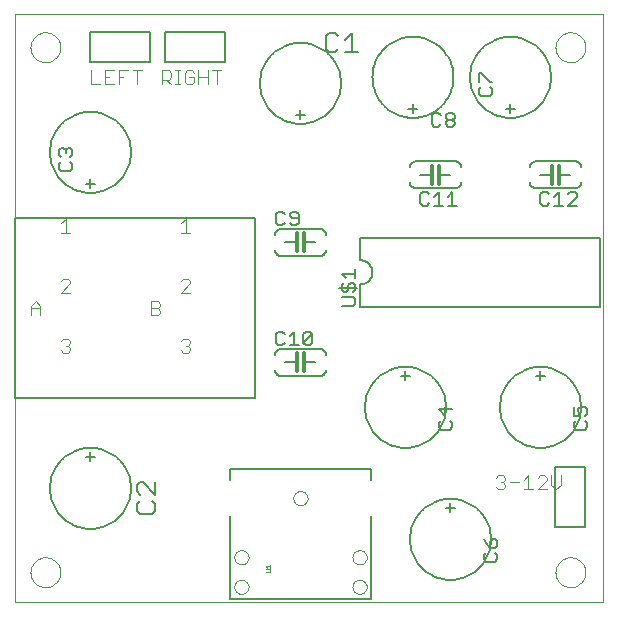
<source format=gto>
G75*
G70*
%OFA0B0*%
%FSLAX24Y24*%
%IPPOS*%
%LPD*%
%AMOC8*
5,1,8,0,0,1.08239X$1,22.5*
%
%ADD10C,0.0000*%
%ADD11C,0.0050*%
%ADD12C,0.0060*%
%ADD13C,0.0070*%
%ADD14C,0.0120*%
%ADD15C,0.0040*%
%ADD16C,0.0080*%
%ADD17C,0.0010*%
D10*
X000131Y001209D02*
X000131Y020809D01*
X019731Y020809D01*
X019731Y001209D01*
X000131Y001209D01*
X000631Y002209D02*
X000633Y002253D01*
X000639Y002297D01*
X000649Y002340D01*
X000662Y002382D01*
X000679Y002423D01*
X000700Y002462D01*
X000724Y002499D01*
X000751Y002534D01*
X000781Y002566D01*
X000814Y002596D01*
X000850Y002622D01*
X000887Y002646D01*
X000927Y002665D01*
X000968Y002682D01*
X001011Y002694D01*
X001054Y002703D01*
X001098Y002708D01*
X001142Y002709D01*
X001186Y002706D01*
X001230Y002699D01*
X001273Y002688D01*
X001315Y002674D01*
X001355Y002656D01*
X001394Y002634D01*
X001430Y002610D01*
X001464Y002582D01*
X001496Y002551D01*
X001525Y002517D01*
X001551Y002481D01*
X001573Y002443D01*
X001592Y002403D01*
X001607Y002361D01*
X001619Y002319D01*
X001627Y002275D01*
X001631Y002231D01*
X001631Y002187D01*
X001627Y002143D01*
X001619Y002099D01*
X001607Y002057D01*
X001592Y002015D01*
X001573Y001975D01*
X001551Y001937D01*
X001525Y001901D01*
X001496Y001867D01*
X001464Y001836D01*
X001430Y001808D01*
X001394Y001784D01*
X001355Y001762D01*
X001315Y001744D01*
X001273Y001730D01*
X001230Y001719D01*
X001186Y001712D01*
X001142Y001709D01*
X001098Y001710D01*
X001054Y001715D01*
X001011Y001724D01*
X000968Y001736D01*
X000927Y001753D01*
X000887Y001772D01*
X000850Y001796D01*
X000814Y001822D01*
X000781Y001852D01*
X000751Y001884D01*
X000724Y001919D01*
X000700Y001956D01*
X000679Y001995D01*
X000662Y002036D01*
X000649Y002078D01*
X000639Y002121D01*
X000633Y002165D01*
X000631Y002209D01*
X007427Y001725D02*
X007429Y001755D01*
X007435Y001785D01*
X007444Y001814D01*
X007457Y001841D01*
X007474Y001866D01*
X007493Y001889D01*
X007516Y001910D01*
X007541Y001927D01*
X007567Y001941D01*
X007596Y001951D01*
X007625Y001958D01*
X007655Y001961D01*
X007686Y001960D01*
X007716Y001955D01*
X007745Y001946D01*
X007772Y001934D01*
X007798Y001919D01*
X007822Y001900D01*
X007843Y001878D01*
X007861Y001854D01*
X007876Y001827D01*
X007887Y001799D01*
X007895Y001770D01*
X007899Y001740D01*
X007899Y001710D01*
X007895Y001680D01*
X007887Y001651D01*
X007876Y001623D01*
X007861Y001596D01*
X007843Y001572D01*
X007822Y001550D01*
X007798Y001531D01*
X007772Y001516D01*
X007745Y001504D01*
X007716Y001495D01*
X007686Y001490D01*
X007655Y001489D01*
X007625Y001492D01*
X007596Y001499D01*
X007567Y001509D01*
X007541Y001523D01*
X007516Y001540D01*
X007493Y001561D01*
X007474Y001584D01*
X007457Y001609D01*
X007444Y001636D01*
X007435Y001665D01*
X007429Y001695D01*
X007427Y001725D01*
X007427Y002709D02*
X007429Y002739D01*
X007435Y002769D01*
X007444Y002798D01*
X007457Y002825D01*
X007474Y002850D01*
X007493Y002873D01*
X007516Y002894D01*
X007541Y002911D01*
X007567Y002925D01*
X007596Y002935D01*
X007625Y002942D01*
X007655Y002945D01*
X007686Y002944D01*
X007716Y002939D01*
X007745Y002930D01*
X007772Y002918D01*
X007798Y002903D01*
X007822Y002884D01*
X007843Y002862D01*
X007861Y002838D01*
X007876Y002811D01*
X007887Y002783D01*
X007895Y002754D01*
X007899Y002724D01*
X007899Y002694D01*
X007895Y002664D01*
X007887Y002635D01*
X007876Y002607D01*
X007861Y002580D01*
X007843Y002556D01*
X007822Y002534D01*
X007798Y002515D01*
X007772Y002500D01*
X007745Y002488D01*
X007716Y002479D01*
X007686Y002474D01*
X007655Y002473D01*
X007625Y002476D01*
X007596Y002483D01*
X007567Y002493D01*
X007541Y002507D01*
X007516Y002524D01*
X007493Y002545D01*
X007474Y002568D01*
X007457Y002593D01*
X007444Y002620D01*
X007435Y002649D01*
X007429Y002679D01*
X007427Y002709D01*
X009395Y004678D02*
X009397Y004708D01*
X009403Y004738D01*
X009412Y004767D01*
X009425Y004794D01*
X009442Y004819D01*
X009461Y004842D01*
X009484Y004863D01*
X009509Y004880D01*
X009535Y004894D01*
X009564Y004904D01*
X009593Y004911D01*
X009623Y004914D01*
X009654Y004913D01*
X009684Y004908D01*
X009713Y004899D01*
X009740Y004887D01*
X009766Y004872D01*
X009790Y004853D01*
X009811Y004831D01*
X009829Y004807D01*
X009844Y004780D01*
X009855Y004752D01*
X009863Y004723D01*
X009867Y004693D01*
X009867Y004663D01*
X009863Y004633D01*
X009855Y004604D01*
X009844Y004576D01*
X009829Y004549D01*
X009811Y004525D01*
X009790Y004503D01*
X009766Y004484D01*
X009740Y004469D01*
X009713Y004457D01*
X009684Y004448D01*
X009654Y004443D01*
X009623Y004442D01*
X009593Y004445D01*
X009564Y004452D01*
X009535Y004462D01*
X009509Y004476D01*
X009484Y004493D01*
X009461Y004514D01*
X009442Y004537D01*
X009425Y004562D01*
X009412Y004589D01*
X009403Y004618D01*
X009397Y004648D01*
X009395Y004678D01*
X011364Y002709D02*
X011366Y002739D01*
X011372Y002769D01*
X011381Y002798D01*
X011394Y002825D01*
X011411Y002850D01*
X011430Y002873D01*
X011453Y002894D01*
X011478Y002911D01*
X011504Y002925D01*
X011533Y002935D01*
X011562Y002942D01*
X011592Y002945D01*
X011623Y002944D01*
X011653Y002939D01*
X011682Y002930D01*
X011709Y002918D01*
X011735Y002903D01*
X011759Y002884D01*
X011780Y002862D01*
X011798Y002838D01*
X011813Y002811D01*
X011824Y002783D01*
X011832Y002754D01*
X011836Y002724D01*
X011836Y002694D01*
X011832Y002664D01*
X011824Y002635D01*
X011813Y002607D01*
X011798Y002580D01*
X011780Y002556D01*
X011759Y002534D01*
X011735Y002515D01*
X011709Y002500D01*
X011682Y002488D01*
X011653Y002479D01*
X011623Y002474D01*
X011592Y002473D01*
X011562Y002476D01*
X011533Y002483D01*
X011504Y002493D01*
X011478Y002507D01*
X011453Y002524D01*
X011430Y002545D01*
X011411Y002568D01*
X011394Y002593D01*
X011381Y002620D01*
X011372Y002649D01*
X011366Y002679D01*
X011364Y002709D01*
X011364Y001725D02*
X011366Y001755D01*
X011372Y001785D01*
X011381Y001814D01*
X011394Y001841D01*
X011411Y001866D01*
X011430Y001889D01*
X011453Y001910D01*
X011478Y001927D01*
X011504Y001941D01*
X011533Y001951D01*
X011562Y001958D01*
X011592Y001961D01*
X011623Y001960D01*
X011653Y001955D01*
X011682Y001946D01*
X011709Y001934D01*
X011735Y001919D01*
X011759Y001900D01*
X011780Y001878D01*
X011798Y001854D01*
X011813Y001827D01*
X011824Y001799D01*
X011832Y001770D01*
X011836Y001740D01*
X011836Y001710D01*
X011832Y001680D01*
X011824Y001651D01*
X011813Y001623D01*
X011798Y001596D01*
X011780Y001572D01*
X011759Y001550D01*
X011735Y001531D01*
X011709Y001516D01*
X011682Y001504D01*
X011653Y001495D01*
X011623Y001490D01*
X011592Y001489D01*
X011562Y001492D01*
X011533Y001499D01*
X011504Y001509D01*
X011478Y001523D01*
X011453Y001540D01*
X011430Y001561D01*
X011411Y001584D01*
X011394Y001609D01*
X011381Y001636D01*
X011372Y001665D01*
X011366Y001695D01*
X011364Y001725D01*
X018131Y002209D02*
X018133Y002253D01*
X018139Y002297D01*
X018149Y002340D01*
X018162Y002382D01*
X018179Y002423D01*
X018200Y002462D01*
X018224Y002499D01*
X018251Y002534D01*
X018281Y002566D01*
X018314Y002596D01*
X018350Y002622D01*
X018387Y002646D01*
X018427Y002665D01*
X018468Y002682D01*
X018511Y002694D01*
X018554Y002703D01*
X018598Y002708D01*
X018642Y002709D01*
X018686Y002706D01*
X018730Y002699D01*
X018773Y002688D01*
X018815Y002674D01*
X018855Y002656D01*
X018894Y002634D01*
X018930Y002610D01*
X018964Y002582D01*
X018996Y002551D01*
X019025Y002517D01*
X019051Y002481D01*
X019073Y002443D01*
X019092Y002403D01*
X019107Y002361D01*
X019119Y002319D01*
X019127Y002275D01*
X019131Y002231D01*
X019131Y002187D01*
X019127Y002143D01*
X019119Y002099D01*
X019107Y002057D01*
X019092Y002015D01*
X019073Y001975D01*
X019051Y001937D01*
X019025Y001901D01*
X018996Y001867D01*
X018964Y001836D01*
X018930Y001808D01*
X018894Y001784D01*
X018855Y001762D01*
X018815Y001744D01*
X018773Y001730D01*
X018730Y001719D01*
X018686Y001712D01*
X018642Y001709D01*
X018598Y001710D01*
X018554Y001715D01*
X018511Y001724D01*
X018468Y001736D01*
X018427Y001753D01*
X018387Y001772D01*
X018350Y001796D01*
X018314Y001822D01*
X018281Y001852D01*
X018251Y001884D01*
X018224Y001919D01*
X018200Y001956D01*
X018179Y001995D01*
X018162Y002036D01*
X018149Y002078D01*
X018139Y002121D01*
X018133Y002165D01*
X018131Y002209D01*
X018131Y019709D02*
X018133Y019753D01*
X018139Y019797D01*
X018149Y019840D01*
X018162Y019882D01*
X018179Y019923D01*
X018200Y019962D01*
X018224Y019999D01*
X018251Y020034D01*
X018281Y020066D01*
X018314Y020096D01*
X018350Y020122D01*
X018387Y020146D01*
X018427Y020165D01*
X018468Y020182D01*
X018511Y020194D01*
X018554Y020203D01*
X018598Y020208D01*
X018642Y020209D01*
X018686Y020206D01*
X018730Y020199D01*
X018773Y020188D01*
X018815Y020174D01*
X018855Y020156D01*
X018894Y020134D01*
X018930Y020110D01*
X018964Y020082D01*
X018996Y020051D01*
X019025Y020017D01*
X019051Y019981D01*
X019073Y019943D01*
X019092Y019903D01*
X019107Y019861D01*
X019119Y019819D01*
X019127Y019775D01*
X019131Y019731D01*
X019131Y019687D01*
X019127Y019643D01*
X019119Y019599D01*
X019107Y019557D01*
X019092Y019515D01*
X019073Y019475D01*
X019051Y019437D01*
X019025Y019401D01*
X018996Y019367D01*
X018964Y019336D01*
X018930Y019308D01*
X018894Y019284D01*
X018855Y019262D01*
X018815Y019244D01*
X018773Y019230D01*
X018730Y019219D01*
X018686Y019212D01*
X018642Y019209D01*
X018598Y019210D01*
X018554Y019215D01*
X018511Y019224D01*
X018468Y019236D01*
X018427Y019253D01*
X018387Y019272D01*
X018350Y019296D01*
X018314Y019322D01*
X018281Y019352D01*
X018251Y019384D01*
X018224Y019419D01*
X018200Y019456D01*
X018179Y019495D01*
X018162Y019536D01*
X018149Y019578D01*
X018139Y019621D01*
X018133Y019665D01*
X018131Y019709D01*
X000631Y019709D02*
X000633Y019753D01*
X000639Y019797D01*
X000649Y019840D01*
X000662Y019882D01*
X000679Y019923D01*
X000700Y019962D01*
X000724Y019999D01*
X000751Y020034D01*
X000781Y020066D01*
X000814Y020096D01*
X000850Y020122D01*
X000887Y020146D01*
X000927Y020165D01*
X000968Y020182D01*
X001011Y020194D01*
X001054Y020203D01*
X001098Y020208D01*
X001142Y020209D01*
X001186Y020206D01*
X001230Y020199D01*
X001273Y020188D01*
X001315Y020174D01*
X001355Y020156D01*
X001394Y020134D01*
X001430Y020110D01*
X001464Y020082D01*
X001496Y020051D01*
X001525Y020017D01*
X001551Y019981D01*
X001573Y019943D01*
X001592Y019903D01*
X001607Y019861D01*
X001619Y019819D01*
X001627Y019775D01*
X001631Y019731D01*
X001631Y019687D01*
X001627Y019643D01*
X001619Y019599D01*
X001607Y019557D01*
X001592Y019515D01*
X001573Y019475D01*
X001551Y019437D01*
X001525Y019401D01*
X001496Y019367D01*
X001464Y019336D01*
X001430Y019308D01*
X001394Y019284D01*
X001355Y019262D01*
X001315Y019244D01*
X001273Y019230D01*
X001230Y019219D01*
X001186Y019212D01*
X001142Y019209D01*
X001098Y019210D01*
X001054Y019215D01*
X001011Y019224D01*
X000968Y019236D01*
X000927Y019253D01*
X000887Y019272D01*
X000850Y019296D01*
X000814Y019322D01*
X000781Y019352D01*
X000751Y019384D01*
X000724Y019419D01*
X000700Y019456D01*
X000679Y019495D01*
X000662Y019536D01*
X000649Y019578D01*
X000639Y019621D01*
X000633Y019665D01*
X000631Y019709D01*
D11*
X002631Y019209D02*
X002631Y020209D01*
X004631Y020209D01*
X004631Y019209D01*
X002631Y019209D01*
X005131Y019209D02*
X007131Y019209D01*
X007131Y020209D01*
X005131Y020209D01*
X005131Y019209D01*
X002026Y016270D02*
X002026Y016120D01*
X001951Y016045D01*
X001951Y015885D02*
X002026Y015810D01*
X002026Y015659D01*
X001951Y015584D01*
X001651Y015584D01*
X001576Y015659D01*
X001576Y015810D01*
X001651Y015885D01*
X001651Y016045D02*
X001576Y016120D01*
X001576Y016270D01*
X001651Y016345D01*
X001726Y016345D01*
X001801Y016270D01*
X001876Y016345D01*
X001951Y016345D01*
X002026Y016270D01*
X001801Y016270D02*
X001801Y016195D01*
X000131Y014009D02*
X008131Y014009D01*
X008131Y008009D01*
X000131Y008009D01*
X000131Y014009D01*
X008806Y013859D02*
X008881Y013784D01*
X009031Y013784D01*
X009106Y013859D01*
X009266Y013859D02*
X009341Y013784D01*
X009492Y013784D01*
X009567Y013859D01*
X009567Y014160D01*
X009492Y014235D01*
X009341Y014235D01*
X009266Y014160D01*
X009266Y014085D01*
X009341Y014010D01*
X009567Y014010D01*
X009106Y014160D02*
X009031Y014235D01*
X008881Y014235D01*
X008806Y014160D01*
X008806Y013859D01*
X011006Y012155D02*
X011456Y012155D01*
X011456Y012005D02*
X011456Y012305D01*
X011156Y012005D02*
X011006Y012155D01*
X011081Y011845D02*
X011006Y011770D01*
X011006Y011620D01*
X011081Y011545D01*
X011156Y011545D01*
X011231Y011620D01*
X011231Y011770D01*
X011306Y011845D01*
X011381Y011845D01*
X011456Y011770D01*
X011456Y011620D01*
X011381Y011545D01*
X011381Y011385D02*
X011006Y011385D01*
X011006Y011084D02*
X011381Y011084D01*
X011456Y011159D01*
X011456Y011310D01*
X011381Y011385D01*
X011531Y011695D02*
X010931Y011695D01*
X009952Y010235D02*
X009802Y010235D01*
X009727Y010160D01*
X009727Y009859D01*
X010027Y010160D01*
X010027Y009859D01*
X009952Y009784D01*
X009802Y009784D01*
X009727Y009859D01*
X009567Y009784D02*
X009266Y009784D01*
X009416Y009784D02*
X009416Y010235D01*
X009266Y010085D01*
X009106Y010160D02*
X009031Y010235D01*
X008881Y010235D01*
X008806Y010160D01*
X008806Y009859D01*
X008881Y009784D01*
X009031Y009784D01*
X009106Y009859D01*
X009952Y010235D02*
X010027Y010160D01*
X014236Y007649D02*
X014461Y007424D01*
X014461Y007724D01*
X014686Y007649D02*
X014236Y007649D01*
X014311Y007264D02*
X014236Y007189D01*
X014236Y007039D01*
X014311Y006964D01*
X014611Y006964D01*
X014686Y007039D01*
X014686Y007189D01*
X014611Y007264D01*
X018131Y005709D02*
X018131Y003709D01*
X019131Y003709D01*
X019131Y005709D01*
X018131Y005709D01*
X018811Y006964D02*
X019111Y006964D01*
X019186Y007039D01*
X019186Y007189D01*
X019111Y007264D01*
X019111Y007424D02*
X019186Y007499D01*
X019186Y007649D01*
X019111Y007724D01*
X018961Y007724D01*
X018886Y007649D01*
X018886Y007574D01*
X018961Y007424D01*
X018736Y007424D01*
X018736Y007724D01*
X018811Y007264D02*
X018736Y007189D01*
X018736Y007039D01*
X018811Y006964D01*
X016111Y003324D02*
X016036Y003324D01*
X015961Y003249D01*
X015961Y003024D01*
X016111Y003024D01*
X016186Y003099D01*
X016186Y003249D01*
X016111Y003324D01*
X015811Y003174D02*
X015961Y003024D01*
X015811Y003174D02*
X015736Y003324D01*
X015811Y002864D02*
X015736Y002789D01*
X015736Y002639D01*
X015811Y002564D01*
X016111Y002564D01*
X016186Y002639D01*
X016186Y002789D01*
X016111Y002864D01*
X014846Y014434D02*
X014546Y014434D01*
X014696Y014434D02*
X014696Y014885D01*
X014546Y014735D01*
X014385Y014434D02*
X014085Y014434D01*
X014235Y014434D02*
X014235Y014885D01*
X014085Y014735D01*
X013925Y014810D02*
X013850Y014885D01*
X013700Y014885D01*
X013625Y014810D01*
X013625Y014509D01*
X013700Y014434D01*
X013850Y014434D01*
X013925Y014509D01*
X014081Y017064D02*
X014231Y017064D01*
X014306Y017139D01*
X014466Y017139D02*
X014466Y017215D01*
X014541Y017290D01*
X014692Y017290D01*
X014767Y017215D01*
X014767Y017139D01*
X014692Y017064D01*
X014541Y017064D01*
X014466Y017139D01*
X014541Y017290D02*
X014466Y017365D01*
X014466Y017440D01*
X014541Y017515D01*
X014692Y017515D01*
X014767Y017440D01*
X014767Y017365D01*
X014692Y017290D01*
X014306Y017440D02*
X014231Y017515D01*
X014081Y017515D01*
X014006Y017440D01*
X014006Y017139D01*
X014081Y017064D01*
X015576Y018159D02*
X015651Y018084D01*
X015951Y018084D01*
X016026Y018159D01*
X016026Y018310D01*
X015951Y018385D01*
X015951Y018545D02*
X016026Y018545D01*
X015951Y018545D02*
X015651Y018845D01*
X015576Y018845D01*
X015576Y018545D01*
X015651Y018385D02*
X015576Y018310D01*
X015576Y018159D01*
X017700Y014885D02*
X017625Y014810D01*
X017625Y014509D01*
X017700Y014434D01*
X017850Y014434D01*
X017925Y014509D01*
X018085Y014434D02*
X018385Y014434D01*
X018235Y014434D02*
X018235Y014885D01*
X018085Y014735D01*
X017925Y014810D02*
X017850Y014885D01*
X017700Y014885D01*
X018546Y014810D02*
X018621Y014885D01*
X018771Y014885D01*
X018846Y014810D01*
X018846Y014735D01*
X018546Y014434D01*
X018846Y014434D01*
D12*
X018781Y015009D02*
X017481Y015009D01*
X017455Y015011D01*
X017429Y015016D01*
X017404Y015024D01*
X017381Y015036D01*
X017359Y015050D01*
X017340Y015068D01*
X017322Y015087D01*
X017308Y015109D01*
X017296Y015132D01*
X017288Y015157D01*
X017283Y015183D01*
X017281Y015209D01*
X017631Y015459D02*
X018001Y015459D01*
X018251Y015459D02*
X018631Y015459D01*
X018981Y015209D02*
X018979Y015183D01*
X018974Y015157D01*
X018966Y015132D01*
X018954Y015109D01*
X018940Y015087D01*
X018922Y015068D01*
X018903Y015050D01*
X018881Y015036D01*
X018858Y015024D01*
X018833Y015016D01*
X018807Y015011D01*
X018781Y015009D01*
X018981Y015709D02*
X018979Y015735D01*
X018974Y015761D01*
X018966Y015786D01*
X018954Y015809D01*
X018940Y015831D01*
X018922Y015850D01*
X018903Y015868D01*
X018881Y015882D01*
X018858Y015894D01*
X018833Y015902D01*
X018807Y015907D01*
X018781Y015909D01*
X017481Y015909D01*
X017455Y015907D01*
X017429Y015902D01*
X017404Y015894D01*
X017381Y015882D01*
X017359Y015868D01*
X017340Y015850D01*
X017322Y015831D01*
X017308Y015809D01*
X017296Y015786D01*
X017288Y015761D01*
X017283Y015735D01*
X017281Y015709D01*
X016631Y017509D02*
X016631Y017809D01*
X016781Y017659D02*
X016481Y017659D01*
X015281Y018709D02*
X015283Y018782D01*
X015289Y018855D01*
X015299Y018927D01*
X015313Y018999D01*
X015330Y019070D01*
X015352Y019140D01*
X015377Y019209D01*
X015406Y019276D01*
X015438Y019341D01*
X015474Y019405D01*
X015514Y019467D01*
X015556Y019526D01*
X015602Y019583D01*
X015651Y019637D01*
X015703Y019689D01*
X015757Y019738D01*
X015814Y019784D01*
X015873Y019826D01*
X015935Y019866D01*
X015999Y019902D01*
X016064Y019934D01*
X016131Y019963D01*
X016200Y019988D01*
X016270Y020010D01*
X016341Y020027D01*
X016413Y020041D01*
X016485Y020051D01*
X016558Y020057D01*
X016631Y020059D01*
X016704Y020057D01*
X016777Y020051D01*
X016849Y020041D01*
X016921Y020027D01*
X016992Y020010D01*
X017062Y019988D01*
X017131Y019963D01*
X017198Y019934D01*
X017263Y019902D01*
X017327Y019866D01*
X017389Y019826D01*
X017448Y019784D01*
X017505Y019738D01*
X017559Y019689D01*
X017611Y019637D01*
X017660Y019583D01*
X017706Y019526D01*
X017748Y019467D01*
X017788Y019405D01*
X017824Y019341D01*
X017856Y019276D01*
X017885Y019209D01*
X017910Y019140D01*
X017932Y019070D01*
X017949Y018999D01*
X017963Y018927D01*
X017973Y018855D01*
X017979Y018782D01*
X017981Y018709D01*
X017979Y018636D01*
X017973Y018563D01*
X017963Y018491D01*
X017949Y018419D01*
X017932Y018348D01*
X017910Y018278D01*
X017885Y018209D01*
X017856Y018142D01*
X017824Y018077D01*
X017788Y018013D01*
X017748Y017951D01*
X017706Y017892D01*
X017660Y017835D01*
X017611Y017781D01*
X017559Y017729D01*
X017505Y017680D01*
X017448Y017634D01*
X017389Y017592D01*
X017327Y017552D01*
X017263Y017516D01*
X017198Y017484D01*
X017131Y017455D01*
X017062Y017430D01*
X016992Y017408D01*
X016921Y017391D01*
X016849Y017377D01*
X016777Y017367D01*
X016704Y017361D01*
X016631Y017359D01*
X016558Y017361D01*
X016485Y017367D01*
X016413Y017377D01*
X016341Y017391D01*
X016270Y017408D01*
X016200Y017430D01*
X016131Y017455D01*
X016064Y017484D01*
X015999Y017516D01*
X015935Y017552D01*
X015873Y017592D01*
X015814Y017634D01*
X015757Y017680D01*
X015703Y017729D01*
X015651Y017781D01*
X015602Y017835D01*
X015556Y017892D01*
X015514Y017951D01*
X015474Y018013D01*
X015438Y018077D01*
X015406Y018142D01*
X015377Y018209D01*
X015352Y018278D01*
X015330Y018348D01*
X015313Y018419D01*
X015299Y018491D01*
X015289Y018563D01*
X015283Y018636D01*
X015281Y018709D01*
X013531Y017659D02*
X013231Y017659D01*
X013381Y017509D02*
X013381Y017809D01*
X012031Y018709D02*
X012033Y018782D01*
X012039Y018855D01*
X012049Y018927D01*
X012063Y018999D01*
X012080Y019070D01*
X012102Y019140D01*
X012127Y019209D01*
X012156Y019276D01*
X012188Y019341D01*
X012224Y019405D01*
X012264Y019467D01*
X012306Y019526D01*
X012352Y019583D01*
X012401Y019637D01*
X012453Y019689D01*
X012507Y019738D01*
X012564Y019784D01*
X012623Y019826D01*
X012685Y019866D01*
X012749Y019902D01*
X012814Y019934D01*
X012881Y019963D01*
X012950Y019988D01*
X013020Y020010D01*
X013091Y020027D01*
X013163Y020041D01*
X013235Y020051D01*
X013308Y020057D01*
X013381Y020059D01*
X013454Y020057D01*
X013527Y020051D01*
X013599Y020041D01*
X013671Y020027D01*
X013742Y020010D01*
X013812Y019988D01*
X013881Y019963D01*
X013948Y019934D01*
X014013Y019902D01*
X014077Y019866D01*
X014139Y019826D01*
X014198Y019784D01*
X014255Y019738D01*
X014309Y019689D01*
X014361Y019637D01*
X014410Y019583D01*
X014456Y019526D01*
X014498Y019467D01*
X014538Y019405D01*
X014574Y019341D01*
X014606Y019276D01*
X014635Y019209D01*
X014660Y019140D01*
X014682Y019070D01*
X014699Y018999D01*
X014713Y018927D01*
X014723Y018855D01*
X014729Y018782D01*
X014731Y018709D01*
X014729Y018636D01*
X014723Y018563D01*
X014713Y018491D01*
X014699Y018419D01*
X014682Y018348D01*
X014660Y018278D01*
X014635Y018209D01*
X014606Y018142D01*
X014574Y018077D01*
X014538Y018013D01*
X014498Y017951D01*
X014456Y017892D01*
X014410Y017835D01*
X014361Y017781D01*
X014309Y017729D01*
X014255Y017680D01*
X014198Y017634D01*
X014139Y017592D01*
X014077Y017552D01*
X014013Y017516D01*
X013948Y017484D01*
X013881Y017455D01*
X013812Y017430D01*
X013742Y017408D01*
X013671Y017391D01*
X013599Y017377D01*
X013527Y017367D01*
X013454Y017361D01*
X013381Y017359D01*
X013308Y017361D01*
X013235Y017367D01*
X013163Y017377D01*
X013091Y017391D01*
X013020Y017408D01*
X012950Y017430D01*
X012881Y017455D01*
X012814Y017484D01*
X012749Y017516D01*
X012685Y017552D01*
X012623Y017592D01*
X012564Y017634D01*
X012507Y017680D01*
X012453Y017729D01*
X012401Y017781D01*
X012352Y017835D01*
X012306Y017892D01*
X012264Y017951D01*
X012224Y018013D01*
X012188Y018077D01*
X012156Y018142D01*
X012127Y018209D01*
X012102Y018278D01*
X012080Y018348D01*
X012063Y018419D01*
X012049Y018491D01*
X012039Y018563D01*
X012033Y018636D01*
X012031Y018709D01*
X009781Y017459D02*
X009481Y017459D01*
X009631Y017309D02*
X009631Y017609D01*
X008281Y018509D02*
X008283Y018582D01*
X008289Y018655D01*
X008299Y018727D01*
X008313Y018799D01*
X008330Y018870D01*
X008352Y018940D01*
X008377Y019009D01*
X008406Y019076D01*
X008438Y019141D01*
X008474Y019205D01*
X008514Y019267D01*
X008556Y019326D01*
X008602Y019383D01*
X008651Y019437D01*
X008703Y019489D01*
X008757Y019538D01*
X008814Y019584D01*
X008873Y019626D01*
X008935Y019666D01*
X008999Y019702D01*
X009064Y019734D01*
X009131Y019763D01*
X009200Y019788D01*
X009270Y019810D01*
X009341Y019827D01*
X009413Y019841D01*
X009485Y019851D01*
X009558Y019857D01*
X009631Y019859D01*
X009704Y019857D01*
X009777Y019851D01*
X009849Y019841D01*
X009921Y019827D01*
X009992Y019810D01*
X010062Y019788D01*
X010131Y019763D01*
X010198Y019734D01*
X010263Y019702D01*
X010327Y019666D01*
X010389Y019626D01*
X010448Y019584D01*
X010505Y019538D01*
X010559Y019489D01*
X010611Y019437D01*
X010660Y019383D01*
X010706Y019326D01*
X010748Y019267D01*
X010788Y019205D01*
X010824Y019141D01*
X010856Y019076D01*
X010885Y019009D01*
X010910Y018940D01*
X010932Y018870D01*
X010949Y018799D01*
X010963Y018727D01*
X010973Y018655D01*
X010979Y018582D01*
X010981Y018509D01*
X010979Y018436D01*
X010973Y018363D01*
X010963Y018291D01*
X010949Y018219D01*
X010932Y018148D01*
X010910Y018078D01*
X010885Y018009D01*
X010856Y017942D01*
X010824Y017877D01*
X010788Y017813D01*
X010748Y017751D01*
X010706Y017692D01*
X010660Y017635D01*
X010611Y017581D01*
X010559Y017529D01*
X010505Y017480D01*
X010448Y017434D01*
X010389Y017392D01*
X010327Y017352D01*
X010263Y017316D01*
X010198Y017284D01*
X010131Y017255D01*
X010062Y017230D01*
X009992Y017208D01*
X009921Y017191D01*
X009849Y017177D01*
X009777Y017167D01*
X009704Y017161D01*
X009631Y017159D01*
X009558Y017161D01*
X009485Y017167D01*
X009413Y017177D01*
X009341Y017191D01*
X009270Y017208D01*
X009200Y017230D01*
X009131Y017255D01*
X009064Y017284D01*
X008999Y017316D01*
X008935Y017352D01*
X008873Y017392D01*
X008814Y017434D01*
X008757Y017480D01*
X008703Y017529D01*
X008651Y017581D01*
X008602Y017635D01*
X008556Y017692D01*
X008514Y017751D01*
X008474Y017813D01*
X008438Y017877D01*
X008406Y017942D01*
X008377Y018009D01*
X008352Y018078D01*
X008330Y018148D01*
X008313Y018219D01*
X008299Y018291D01*
X008289Y018363D01*
X008283Y018436D01*
X008281Y018509D01*
X008981Y013659D02*
X010281Y013659D01*
X010307Y013657D01*
X010333Y013652D01*
X010358Y013644D01*
X010381Y013632D01*
X010403Y013618D01*
X010422Y013600D01*
X010440Y013581D01*
X010454Y013559D01*
X010466Y013536D01*
X010474Y013511D01*
X010479Y013485D01*
X010481Y013459D01*
X010131Y013209D02*
X009761Y013209D01*
X009511Y013209D02*
X009131Y013209D01*
X008781Y013459D02*
X008783Y013485D01*
X008788Y013511D01*
X008796Y013536D01*
X008808Y013559D01*
X008822Y013581D01*
X008840Y013600D01*
X008859Y013618D01*
X008881Y013632D01*
X008904Y013644D01*
X008929Y013652D01*
X008955Y013657D01*
X008981Y013659D01*
X008781Y012959D02*
X008783Y012933D01*
X008788Y012907D01*
X008796Y012882D01*
X008808Y012859D01*
X008822Y012837D01*
X008840Y012818D01*
X008859Y012800D01*
X008881Y012786D01*
X008904Y012774D01*
X008929Y012766D01*
X008955Y012761D01*
X008981Y012759D01*
X010281Y012759D01*
X010307Y012761D01*
X010333Y012766D01*
X010358Y012774D01*
X010381Y012786D01*
X010403Y012800D01*
X010422Y012818D01*
X010440Y012837D01*
X010454Y012859D01*
X010466Y012882D01*
X010474Y012907D01*
X010479Y012933D01*
X010481Y012959D01*
X011631Y012609D02*
X011631Y013359D01*
X019631Y013359D01*
X019631Y011059D01*
X011631Y011059D01*
X011631Y011809D01*
X011670Y011811D01*
X011709Y011817D01*
X011747Y011826D01*
X011784Y011839D01*
X011820Y011856D01*
X011853Y011876D01*
X011885Y011900D01*
X011914Y011926D01*
X011940Y011955D01*
X011964Y011987D01*
X011984Y012020D01*
X012001Y012056D01*
X012014Y012093D01*
X012023Y012131D01*
X012029Y012170D01*
X012031Y012209D01*
X012029Y012248D01*
X012023Y012287D01*
X012014Y012325D01*
X012001Y012362D01*
X011984Y012398D01*
X011964Y012431D01*
X011940Y012463D01*
X011914Y012492D01*
X011885Y012518D01*
X011853Y012542D01*
X011820Y012562D01*
X011784Y012579D01*
X011747Y012592D01*
X011709Y012601D01*
X011670Y012607D01*
X011631Y012609D01*
X013481Y015009D02*
X014781Y015009D01*
X014807Y015011D01*
X014833Y015016D01*
X014858Y015024D01*
X014881Y015036D01*
X014903Y015050D01*
X014922Y015068D01*
X014940Y015087D01*
X014954Y015109D01*
X014966Y015132D01*
X014974Y015157D01*
X014979Y015183D01*
X014981Y015209D01*
X014631Y015459D02*
X014251Y015459D01*
X014001Y015459D02*
X013631Y015459D01*
X013281Y015209D02*
X013283Y015183D01*
X013288Y015157D01*
X013296Y015132D01*
X013308Y015109D01*
X013322Y015087D01*
X013340Y015068D01*
X013359Y015050D01*
X013381Y015036D01*
X013404Y015024D01*
X013429Y015016D01*
X013455Y015011D01*
X013481Y015009D01*
X013281Y015709D02*
X013283Y015735D01*
X013288Y015761D01*
X013296Y015786D01*
X013308Y015809D01*
X013322Y015831D01*
X013340Y015850D01*
X013359Y015868D01*
X013381Y015882D01*
X013404Y015894D01*
X013429Y015902D01*
X013455Y015907D01*
X013481Y015909D01*
X014781Y015909D01*
X014807Y015907D01*
X014833Y015902D01*
X014858Y015894D01*
X014881Y015882D01*
X014903Y015868D01*
X014922Y015850D01*
X014940Y015831D01*
X014954Y015809D01*
X014966Y015786D01*
X014974Y015761D01*
X014979Y015735D01*
X014981Y015709D01*
X010281Y009659D02*
X008981Y009659D01*
X008955Y009657D01*
X008929Y009652D01*
X008904Y009644D01*
X008881Y009632D01*
X008859Y009618D01*
X008840Y009600D01*
X008822Y009581D01*
X008808Y009559D01*
X008796Y009536D01*
X008788Y009511D01*
X008783Y009485D01*
X008781Y009459D01*
X009131Y009209D02*
X009511Y009209D01*
X009761Y009209D02*
X010131Y009209D01*
X010481Y009459D02*
X010479Y009485D01*
X010474Y009511D01*
X010466Y009536D01*
X010454Y009559D01*
X010440Y009581D01*
X010422Y009600D01*
X010403Y009618D01*
X010381Y009632D01*
X010358Y009644D01*
X010333Y009652D01*
X010307Y009657D01*
X010281Y009659D01*
X010481Y008959D02*
X010479Y008933D01*
X010474Y008907D01*
X010466Y008882D01*
X010454Y008859D01*
X010440Y008837D01*
X010422Y008818D01*
X010403Y008800D01*
X010381Y008786D01*
X010358Y008774D01*
X010333Y008766D01*
X010307Y008761D01*
X010281Y008759D01*
X008981Y008759D01*
X008955Y008761D01*
X008929Y008766D01*
X008904Y008774D01*
X008881Y008786D01*
X008859Y008800D01*
X008840Y008818D01*
X008822Y008837D01*
X008808Y008859D01*
X008796Y008882D01*
X008788Y008907D01*
X008783Y008933D01*
X008781Y008959D01*
X012981Y008759D02*
X013281Y008759D01*
X013131Y008909D02*
X013131Y008609D01*
X011781Y007709D02*
X011783Y007782D01*
X011789Y007855D01*
X011799Y007927D01*
X011813Y007999D01*
X011830Y008070D01*
X011852Y008140D01*
X011877Y008209D01*
X011906Y008276D01*
X011938Y008341D01*
X011974Y008405D01*
X012014Y008467D01*
X012056Y008526D01*
X012102Y008583D01*
X012151Y008637D01*
X012203Y008689D01*
X012257Y008738D01*
X012314Y008784D01*
X012373Y008826D01*
X012435Y008866D01*
X012499Y008902D01*
X012564Y008934D01*
X012631Y008963D01*
X012700Y008988D01*
X012770Y009010D01*
X012841Y009027D01*
X012913Y009041D01*
X012985Y009051D01*
X013058Y009057D01*
X013131Y009059D01*
X013204Y009057D01*
X013277Y009051D01*
X013349Y009041D01*
X013421Y009027D01*
X013492Y009010D01*
X013562Y008988D01*
X013631Y008963D01*
X013698Y008934D01*
X013763Y008902D01*
X013827Y008866D01*
X013889Y008826D01*
X013948Y008784D01*
X014005Y008738D01*
X014059Y008689D01*
X014111Y008637D01*
X014160Y008583D01*
X014206Y008526D01*
X014248Y008467D01*
X014288Y008405D01*
X014324Y008341D01*
X014356Y008276D01*
X014385Y008209D01*
X014410Y008140D01*
X014432Y008070D01*
X014449Y007999D01*
X014463Y007927D01*
X014473Y007855D01*
X014479Y007782D01*
X014481Y007709D01*
X014479Y007636D01*
X014473Y007563D01*
X014463Y007491D01*
X014449Y007419D01*
X014432Y007348D01*
X014410Y007278D01*
X014385Y007209D01*
X014356Y007142D01*
X014324Y007077D01*
X014288Y007013D01*
X014248Y006951D01*
X014206Y006892D01*
X014160Y006835D01*
X014111Y006781D01*
X014059Y006729D01*
X014005Y006680D01*
X013948Y006634D01*
X013889Y006592D01*
X013827Y006552D01*
X013763Y006516D01*
X013698Y006484D01*
X013631Y006455D01*
X013562Y006430D01*
X013492Y006408D01*
X013421Y006391D01*
X013349Y006377D01*
X013277Y006367D01*
X013204Y006361D01*
X013131Y006359D01*
X013058Y006361D01*
X012985Y006367D01*
X012913Y006377D01*
X012841Y006391D01*
X012770Y006408D01*
X012700Y006430D01*
X012631Y006455D01*
X012564Y006484D01*
X012499Y006516D01*
X012435Y006552D01*
X012373Y006592D01*
X012314Y006634D01*
X012257Y006680D01*
X012203Y006729D01*
X012151Y006781D01*
X012102Y006835D01*
X012056Y006892D01*
X012014Y006951D01*
X011974Y007013D01*
X011938Y007077D01*
X011906Y007142D01*
X011877Y007209D01*
X011852Y007278D01*
X011830Y007348D01*
X011813Y007419D01*
X011799Y007491D01*
X011789Y007563D01*
X011783Y007636D01*
X011781Y007709D01*
X014631Y004509D02*
X014631Y004209D01*
X014481Y004359D02*
X014781Y004359D01*
X013281Y003309D02*
X013283Y003382D01*
X013289Y003455D01*
X013299Y003527D01*
X013313Y003599D01*
X013330Y003670D01*
X013352Y003740D01*
X013377Y003809D01*
X013406Y003876D01*
X013438Y003941D01*
X013474Y004005D01*
X013514Y004067D01*
X013556Y004126D01*
X013602Y004183D01*
X013651Y004237D01*
X013703Y004289D01*
X013757Y004338D01*
X013814Y004384D01*
X013873Y004426D01*
X013935Y004466D01*
X013999Y004502D01*
X014064Y004534D01*
X014131Y004563D01*
X014200Y004588D01*
X014270Y004610D01*
X014341Y004627D01*
X014413Y004641D01*
X014485Y004651D01*
X014558Y004657D01*
X014631Y004659D01*
X014704Y004657D01*
X014777Y004651D01*
X014849Y004641D01*
X014921Y004627D01*
X014992Y004610D01*
X015062Y004588D01*
X015131Y004563D01*
X015198Y004534D01*
X015263Y004502D01*
X015327Y004466D01*
X015389Y004426D01*
X015448Y004384D01*
X015505Y004338D01*
X015559Y004289D01*
X015611Y004237D01*
X015660Y004183D01*
X015706Y004126D01*
X015748Y004067D01*
X015788Y004005D01*
X015824Y003941D01*
X015856Y003876D01*
X015885Y003809D01*
X015910Y003740D01*
X015932Y003670D01*
X015949Y003599D01*
X015963Y003527D01*
X015973Y003455D01*
X015979Y003382D01*
X015981Y003309D01*
X015979Y003236D01*
X015973Y003163D01*
X015963Y003091D01*
X015949Y003019D01*
X015932Y002948D01*
X015910Y002878D01*
X015885Y002809D01*
X015856Y002742D01*
X015824Y002677D01*
X015788Y002613D01*
X015748Y002551D01*
X015706Y002492D01*
X015660Y002435D01*
X015611Y002381D01*
X015559Y002329D01*
X015505Y002280D01*
X015448Y002234D01*
X015389Y002192D01*
X015327Y002152D01*
X015263Y002116D01*
X015198Y002084D01*
X015131Y002055D01*
X015062Y002030D01*
X014992Y002008D01*
X014921Y001991D01*
X014849Y001977D01*
X014777Y001967D01*
X014704Y001961D01*
X014631Y001959D01*
X014558Y001961D01*
X014485Y001967D01*
X014413Y001977D01*
X014341Y001991D01*
X014270Y002008D01*
X014200Y002030D01*
X014131Y002055D01*
X014064Y002084D01*
X013999Y002116D01*
X013935Y002152D01*
X013873Y002192D01*
X013814Y002234D01*
X013757Y002280D01*
X013703Y002329D01*
X013651Y002381D01*
X013602Y002435D01*
X013556Y002492D01*
X013514Y002551D01*
X013474Y002613D01*
X013438Y002677D01*
X013406Y002742D01*
X013377Y002809D01*
X013352Y002878D01*
X013330Y002948D01*
X013313Y003019D01*
X013299Y003091D01*
X013289Y003163D01*
X013283Y003236D01*
X013281Y003309D01*
X016281Y007709D02*
X016283Y007782D01*
X016289Y007855D01*
X016299Y007927D01*
X016313Y007999D01*
X016330Y008070D01*
X016352Y008140D01*
X016377Y008209D01*
X016406Y008276D01*
X016438Y008341D01*
X016474Y008405D01*
X016514Y008467D01*
X016556Y008526D01*
X016602Y008583D01*
X016651Y008637D01*
X016703Y008689D01*
X016757Y008738D01*
X016814Y008784D01*
X016873Y008826D01*
X016935Y008866D01*
X016999Y008902D01*
X017064Y008934D01*
X017131Y008963D01*
X017200Y008988D01*
X017270Y009010D01*
X017341Y009027D01*
X017413Y009041D01*
X017485Y009051D01*
X017558Y009057D01*
X017631Y009059D01*
X017704Y009057D01*
X017777Y009051D01*
X017849Y009041D01*
X017921Y009027D01*
X017992Y009010D01*
X018062Y008988D01*
X018131Y008963D01*
X018198Y008934D01*
X018263Y008902D01*
X018327Y008866D01*
X018389Y008826D01*
X018448Y008784D01*
X018505Y008738D01*
X018559Y008689D01*
X018611Y008637D01*
X018660Y008583D01*
X018706Y008526D01*
X018748Y008467D01*
X018788Y008405D01*
X018824Y008341D01*
X018856Y008276D01*
X018885Y008209D01*
X018910Y008140D01*
X018932Y008070D01*
X018949Y007999D01*
X018963Y007927D01*
X018973Y007855D01*
X018979Y007782D01*
X018981Y007709D01*
X018979Y007636D01*
X018973Y007563D01*
X018963Y007491D01*
X018949Y007419D01*
X018932Y007348D01*
X018910Y007278D01*
X018885Y007209D01*
X018856Y007142D01*
X018824Y007077D01*
X018788Y007013D01*
X018748Y006951D01*
X018706Y006892D01*
X018660Y006835D01*
X018611Y006781D01*
X018559Y006729D01*
X018505Y006680D01*
X018448Y006634D01*
X018389Y006592D01*
X018327Y006552D01*
X018263Y006516D01*
X018198Y006484D01*
X018131Y006455D01*
X018062Y006430D01*
X017992Y006408D01*
X017921Y006391D01*
X017849Y006377D01*
X017777Y006367D01*
X017704Y006361D01*
X017631Y006359D01*
X017558Y006361D01*
X017485Y006367D01*
X017413Y006377D01*
X017341Y006391D01*
X017270Y006408D01*
X017200Y006430D01*
X017131Y006455D01*
X017064Y006484D01*
X016999Y006516D01*
X016935Y006552D01*
X016873Y006592D01*
X016814Y006634D01*
X016757Y006680D01*
X016703Y006729D01*
X016651Y006781D01*
X016602Y006835D01*
X016556Y006892D01*
X016514Y006951D01*
X016474Y007013D01*
X016438Y007077D01*
X016406Y007142D01*
X016377Y007209D01*
X016352Y007278D01*
X016330Y007348D01*
X016313Y007419D01*
X016299Y007491D01*
X016289Y007563D01*
X016283Y007636D01*
X016281Y007709D01*
X017481Y008759D02*
X017781Y008759D01*
X017631Y008909D02*
X017631Y008609D01*
X002781Y006059D02*
X002481Y006059D01*
X002631Y006209D02*
X002631Y005909D01*
X001281Y005009D02*
X001283Y005082D01*
X001289Y005155D01*
X001299Y005227D01*
X001313Y005299D01*
X001330Y005370D01*
X001352Y005440D01*
X001377Y005509D01*
X001406Y005576D01*
X001438Y005641D01*
X001474Y005705D01*
X001514Y005767D01*
X001556Y005826D01*
X001602Y005883D01*
X001651Y005937D01*
X001703Y005989D01*
X001757Y006038D01*
X001814Y006084D01*
X001873Y006126D01*
X001935Y006166D01*
X001999Y006202D01*
X002064Y006234D01*
X002131Y006263D01*
X002200Y006288D01*
X002270Y006310D01*
X002341Y006327D01*
X002413Y006341D01*
X002485Y006351D01*
X002558Y006357D01*
X002631Y006359D01*
X002704Y006357D01*
X002777Y006351D01*
X002849Y006341D01*
X002921Y006327D01*
X002992Y006310D01*
X003062Y006288D01*
X003131Y006263D01*
X003198Y006234D01*
X003263Y006202D01*
X003327Y006166D01*
X003389Y006126D01*
X003448Y006084D01*
X003505Y006038D01*
X003559Y005989D01*
X003611Y005937D01*
X003660Y005883D01*
X003706Y005826D01*
X003748Y005767D01*
X003788Y005705D01*
X003824Y005641D01*
X003856Y005576D01*
X003885Y005509D01*
X003910Y005440D01*
X003932Y005370D01*
X003949Y005299D01*
X003963Y005227D01*
X003973Y005155D01*
X003979Y005082D01*
X003981Y005009D01*
X003979Y004936D01*
X003973Y004863D01*
X003963Y004791D01*
X003949Y004719D01*
X003932Y004648D01*
X003910Y004578D01*
X003885Y004509D01*
X003856Y004442D01*
X003824Y004377D01*
X003788Y004313D01*
X003748Y004251D01*
X003706Y004192D01*
X003660Y004135D01*
X003611Y004081D01*
X003559Y004029D01*
X003505Y003980D01*
X003448Y003934D01*
X003389Y003892D01*
X003327Y003852D01*
X003263Y003816D01*
X003198Y003784D01*
X003131Y003755D01*
X003062Y003730D01*
X002992Y003708D01*
X002921Y003691D01*
X002849Y003677D01*
X002777Y003667D01*
X002704Y003661D01*
X002631Y003659D01*
X002558Y003661D01*
X002485Y003667D01*
X002413Y003677D01*
X002341Y003691D01*
X002270Y003708D01*
X002200Y003730D01*
X002131Y003755D01*
X002064Y003784D01*
X001999Y003816D01*
X001935Y003852D01*
X001873Y003892D01*
X001814Y003934D01*
X001757Y003980D01*
X001703Y004029D01*
X001651Y004081D01*
X001602Y004135D01*
X001556Y004192D01*
X001514Y004251D01*
X001474Y004313D01*
X001438Y004377D01*
X001406Y004442D01*
X001377Y004509D01*
X001352Y004578D01*
X001330Y004648D01*
X001313Y004719D01*
X001299Y004791D01*
X001289Y004863D01*
X001283Y004936D01*
X001281Y005009D01*
X002631Y015009D02*
X002631Y015309D01*
X002781Y015159D02*
X002481Y015159D01*
X001281Y016209D02*
X001283Y016282D01*
X001289Y016355D01*
X001299Y016427D01*
X001313Y016499D01*
X001330Y016570D01*
X001352Y016640D01*
X001377Y016709D01*
X001406Y016776D01*
X001438Y016841D01*
X001474Y016905D01*
X001514Y016967D01*
X001556Y017026D01*
X001602Y017083D01*
X001651Y017137D01*
X001703Y017189D01*
X001757Y017238D01*
X001814Y017284D01*
X001873Y017326D01*
X001935Y017366D01*
X001999Y017402D01*
X002064Y017434D01*
X002131Y017463D01*
X002200Y017488D01*
X002270Y017510D01*
X002341Y017527D01*
X002413Y017541D01*
X002485Y017551D01*
X002558Y017557D01*
X002631Y017559D01*
X002704Y017557D01*
X002777Y017551D01*
X002849Y017541D01*
X002921Y017527D01*
X002992Y017510D01*
X003062Y017488D01*
X003131Y017463D01*
X003198Y017434D01*
X003263Y017402D01*
X003327Y017366D01*
X003389Y017326D01*
X003448Y017284D01*
X003505Y017238D01*
X003559Y017189D01*
X003611Y017137D01*
X003660Y017083D01*
X003706Y017026D01*
X003748Y016967D01*
X003788Y016905D01*
X003824Y016841D01*
X003856Y016776D01*
X003885Y016709D01*
X003910Y016640D01*
X003932Y016570D01*
X003949Y016499D01*
X003963Y016427D01*
X003973Y016355D01*
X003979Y016282D01*
X003981Y016209D01*
X003979Y016136D01*
X003973Y016063D01*
X003963Y015991D01*
X003949Y015919D01*
X003932Y015848D01*
X003910Y015778D01*
X003885Y015709D01*
X003856Y015642D01*
X003824Y015577D01*
X003788Y015513D01*
X003748Y015451D01*
X003706Y015392D01*
X003660Y015335D01*
X003611Y015281D01*
X003559Y015229D01*
X003505Y015180D01*
X003448Y015134D01*
X003389Y015092D01*
X003327Y015052D01*
X003263Y015016D01*
X003198Y014984D01*
X003131Y014955D01*
X003062Y014930D01*
X002992Y014908D01*
X002921Y014891D01*
X002849Y014877D01*
X002777Y014867D01*
X002704Y014861D01*
X002631Y014859D01*
X002558Y014861D01*
X002485Y014867D01*
X002413Y014877D01*
X002341Y014891D01*
X002270Y014908D01*
X002200Y014930D01*
X002131Y014955D01*
X002064Y014984D01*
X001999Y015016D01*
X001935Y015052D01*
X001873Y015092D01*
X001814Y015134D01*
X001757Y015180D01*
X001703Y015229D01*
X001651Y015281D01*
X001602Y015335D01*
X001556Y015392D01*
X001514Y015451D01*
X001474Y015513D01*
X001438Y015577D01*
X001406Y015642D01*
X001377Y015709D01*
X001352Y015778D01*
X001330Y015848D01*
X001313Y015919D01*
X001299Y015991D01*
X001289Y016063D01*
X001283Y016136D01*
X001281Y016209D01*
D13*
X010477Y019650D02*
X010582Y019544D01*
X010792Y019544D01*
X010897Y019650D01*
X011121Y019544D02*
X011542Y019544D01*
X011332Y019544D02*
X011332Y020175D01*
X011121Y019965D01*
X010897Y020070D02*
X010792Y020175D01*
X010582Y020175D01*
X010477Y020070D01*
X010477Y019650D01*
X004796Y005220D02*
X004796Y004800D01*
X004376Y005220D01*
X004271Y005220D01*
X004166Y005115D01*
X004166Y004905D01*
X004271Y004800D01*
X004271Y004576D02*
X004166Y004471D01*
X004166Y004260D01*
X004271Y004155D01*
X004691Y004155D01*
X004796Y004260D01*
X004796Y004471D01*
X004691Y004576D01*
D14*
X009511Y008909D02*
X009511Y009209D01*
X009511Y009509D01*
X009761Y009509D02*
X009761Y009209D01*
X009761Y008909D01*
X009761Y012909D02*
X009761Y013209D01*
X009761Y013509D01*
X009511Y013509D02*
X009511Y013209D01*
X009511Y012909D01*
X014001Y015159D02*
X014001Y015459D01*
X014001Y015759D01*
X014251Y015759D02*
X014251Y015459D01*
X014251Y015159D01*
X018001Y015159D02*
X018001Y015459D01*
X018001Y015759D01*
X018251Y015759D02*
X018251Y015459D01*
X018251Y015159D01*
D15*
X018299Y005440D02*
X018299Y005133D01*
X018146Y004979D01*
X017992Y005133D01*
X017992Y005440D01*
X017839Y005363D02*
X017762Y005440D01*
X017609Y005440D01*
X017532Y005363D01*
X017839Y005363D02*
X017839Y005286D01*
X017532Y004979D01*
X017839Y004979D01*
X017379Y004979D02*
X017072Y004979D01*
X017225Y004979D02*
X017225Y005440D01*
X017072Y005286D01*
X016918Y005210D02*
X016611Y005210D01*
X016458Y005286D02*
X016381Y005210D01*
X016458Y005133D01*
X016458Y005056D01*
X016381Y004979D01*
X016228Y004979D01*
X016151Y005056D01*
X016304Y005210D02*
X016381Y005210D01*
X016458Y005286D02*
X016458Y005363D01*
X016381Y005440D01*
X016228Y005440D01*
X016151Y005363D01*
X005958Y009606D02*
X005881Y009529D01*
X005728Y009529D01*
X005651Y009606D01*
X005804Y009760D02*
X005881Y009760D01*
X005958Y009683D01*
X005958Y009606D01*
X005881Y009760D02*
X005958Y009836D01*
X005958Y009913D01*
X005881Y009990D01*
X005728Y009990D01*
X005651Y009913D01*
X004881Y010779D02*
X004651Y010779D01*
X004651Y011240D01*
X004881Y011240D01*
X004958Y011163D01*
X004958Y011086D01*
X004881Y011010D01*
X004651Y011010D01*
X004881Y011010D02*
X004958Y010933D01*
X004958Y010856D01*
X004881Y010779D01*
X005651Y011529D02*
X005958Y011836D01*
X005958Y011913D01*
X005881Y011990D01*
X005728Y011990D01*
X005651Y011913D01*
X005651Y011529D02*
X005958Y011529D01*
X005958Y013529D02*
X005651Y013529D01*
X005804Y013529D02*
X005804Y013990D01*
X005651Y013836D01*
X001958Y013529D02*
X001651Y013529D01*
X001804Y013529D02*
X001804Y013990D01*
X001651Y013836D01*
X001728Y011990D02*
X001651Y011913D01*
X001728Y011990D02*
X001881Y011990D01*
X001958Y011913D01*
X001958Y011836D01*
X001651Y011529D01*
X001958Y011529D01*
X000958Y011086D02*
X000958Y010779D01*
X000958Y011010D02*
X000651Y011010D01*
X000651Y011086D02*
X000651Y010779D01*
X000651Y011086D02*
X000804Y011240D01*
X000958Y011086D01*
X001728Y009990D02*
X001881Y009990D01*
X001958Y009913D01*
X001958Y009836D01*
X001881Y009760D01*
X001958Y009683D01*
X001958Y009606D01*
X001881Y009529D01*
X001728Y009529D01*
X001651Y009606D01*
X001804Y009760D02*
X001881Y009760D01*
X001651Y009913D02*
X001728Y009990D01*
X002651Y018479D02*
X002958Y018479D01*
X003111Y018479D02*
X003418Y018479D01*
X003572Y018479D02*
X003572Y018940D01*
X003879Y018940D01*
X004032Y018940D02*
X004339Y018940D01*
X004186Y018940D02*
X004186Y018479D01*
X003725Y018710D02*
X003572Y018710D01*
X003418Y018940D02*
X003111Y018940D01*
X003111Y018479D01*
X003111Y018710D02*
X003265Y018710D01*
X002651Y018940D02*
X002651Y018479D01*
X005003Y018479D02*
X005003Y018940D01*
X005233Y018940D01*
X005309Y018863D01*
X005309Y018710D01*
X005233Y018633D01*
X005003Y018633D01*
X005156Y018633D02*
X005309Y018479D01*
X005463Y018479D02*
X005616Y018479D01*
X005540Y018479D02*
X005540Y018940D01*
X005616Y018940D02*
X005463Y018940D01*
X005770Y018863D02*
X005770Y018556D01*
X005846Y018479D01*
X006000Y018479D01*
X006077Y018556D01*
X006077Y018710D01*
X005923Y018710D01*
X005770Y018863D02*
X005846Y018940D01*
X006000Y018940D01*
X006077Y018863D01*
X006230Y018940D02*
X006230Y018479D01*
X006230Y018710D02*
X006537Y018710D01*
X006537Y018940D02*
X006537Y018479D01*
X006844Y018479D02*
X006844Y018940D01*
X006691Y018940D02*
X006997Y018940D01*
D16*
X007269Y005662D02*
X007269Y005269D01*
X007269Y005662D02*
X011993Y005662D01*
X011993Y005269D01*
X011993Y004087D02*
X011993Y001331D01*
X007269Y001331D01*
X007269Y004087D01*
D17*
X008476Y002412D02*
X008626Y002412D01*
X008626Y002362D02*
X008626Y002462D01*
X008526Y002362D02*
X008476Y002412D01*
X008476Y002315D02*
X008601Y002315D01*
X008626Y002289D01*
X008626Y002239D01*
X008601Y002214D01*
X008476Y002214D01*
M02*

</source>
